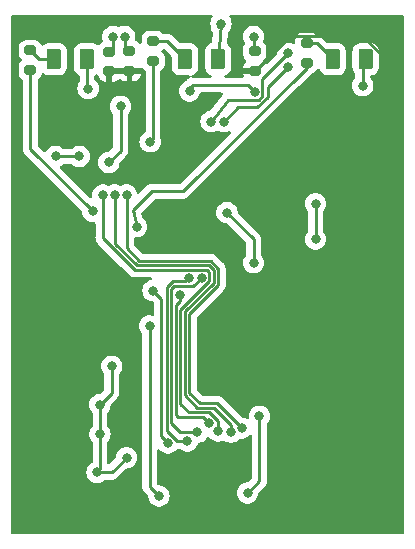
<source format=gbr>
%TF.GenerationSoftware,KiCad,Pcbnew,7.0.8*%
%TF.CreationDate,2024-01-02T21:20:11-06:00*%
%TF.ProjectId,Clock1_v3,436c6f63-6b31-45f7-9633-2e6b69636164,rev?*%
%TF.SameCoordinates,Original*%
%TF.FileFunction,Copper,L2,Bot*%
%TF.FilePolarity,Positive*%
%FSLAX46Y46*%
G04 Gerber Fmt 4.6, Leading zero omitted, Abs format (unit mm)*
G04 Created by KiCad (PCBNEW 7.0.8) date 2024-01-02 21:20:11*
%MOMM*%
%LPD*%
G01*
G04 APERTURE LIST*
G04 Aperture macros list*
%AMRoundRect*
0 Rectangle with rounded corners*
0 $1 Rounding radius*
0 $2 $3 $4 $5 $6 $7 $8 $9 X,Y pos of 4 corners*
0 Add a 4 corners polygon primitive as box body*
4,1,4,$2,$3,$4,$5,$6,$7,$8,$9,$2,$3,0*
0 Add four circle primitives for the rounded corners*
1,1,$1+$1,$2,$3*
1,1,$1+$1,$4,$5*
1,1,$1+$1,$6,$7*
1,1,$1+$1,$8,$9*
0 Add four rect primitives between the rounded corners*
20,1,$1+$1,$2,$3,$4,$5,0*
20,1,$1+$1,$4,$5,$6,$7,0*
20,1,$1+$1,$6,$7,$8,$9,0*
20,1,$1+$1,$8,$9,$2,$3,0*%
G04 Aperture macros list end*
%TA.AperFunction,SMDPad,CuDef*%
%ADD10RoundRect,0.200000X-0.275000X0.200000X-0.275000X-0.200000X0.275000X-0.200000X0.275000X0.200000X0*%
%TD*%
%TA.AperFunction,SMDPad,CuDef*%
%ADD11RoundRect,0.250000X0.375000X0.625000X-0.375000X0.625000X-0.375000X-0.625000X0.375000X-0.625000X0*%
%TD*%
%TA.AperFunction,ViaPad*%
%ADD12C,0.800000*%
%TD*%
%TA.AperFunction,Conductor*%
%ADD13C,0.250000*%
%TD*%
G04 APERTURE END LIST*
D10*
%TO.P,R11,1*%
%TO.N,Net-(D6-A)*%
X164000000Y-71175000D03*
%TO.P,R11,2*%
%TO.N,/LED1*%
X164000000Y-72825000D03*
%TD*%
%TO.P,R10,1*%
%TO.N,Net-(D5-A)*%
X140600000Y-71775000D03*
%TO.P,R10,2*%
%TO.N,/LED2*%
X140600000Y-73425000D03*
%TD*%
%TO.P,R9,1*%
%TO.N,Net-(D4-A)*%
X151000000Y-71000000D03*
%TO.P,R9,2*%
%TO.N,/LED3*%
X151000000Y-72650000D03*
%TD*%
%TO.P,R7,1*%
%TO.N,/PB3*%
X149000000Y-71850000D03*
%TO.P,R7,2*%
%TO.N,VDD*%
X149000000Y-73500000D03*
%TD*%
%TO.P,R6,1*%
%TO.N,/PB2*%
X147300000Y-71875000D03*
%TO.P,R6,2*%
%TO.N,VDD*%
X147300000Y-73525000D03*
%TD*%
%TO.P,R5,1*%
%TO.N,/PB1*%
X159600000Y-71825000D03*
%TO.P,R5,2*%
%TO.N,VDD*%
X159600000Y-73475000D03*
%TD*%
D11*
%TO.P,D6,1,K*%
%TO.N,GND*%
X169000000Y-72500000D03*
%TO.P,D6,2,A*%
%TO.N,Net-(D6-A)*%
X166200000Y-72500000D03*
%TD*%
%TO.P,D5,1,K*%
%TO.N,GND*%
X145400000Y-72500000D03*
%TO.P,D5,2,A*%
%TO.N,Net-(D5-A)*%
X142600000Y-72500000D03*
%TD*%
%TO.P,D4,1,K*%
%TO.N,GND*%
X156500000Y-72500000D03*
%TO.P,D4,2,A*%
%TO.N,Net-(D4-A)*%
X153700000Y-72500000D03*
%TD*%
D12*
%TO.N,/epaper/epaper.spi_scl*%
X157600000Y-104100000D03*
%TO.N,GND*%
X160000000Y-102750000D03*
X159000000Y-109250000D03*
X144750000Y-80750000D03*
X142750000Y-80750000D03*
X168750000Y-74750000D03*
%TO.N,VDD*%
X170750000Y-73500000D03*
%TO.N,GND*%
X156750000Y-69500000D03*
X145500000Y-75000000D03*
%TO.N,VDD*%
X142250000Y-95250000D03*
X140500000Y-83750000D03*
%TO.N,GND*%
X147250000Y-81250000D03*
X148250000Y-76500000D03*
%TO.N,VDD*%
X158500000Y-91250000D03*
X155500000Y-83500000D03*
X153250000Y-81250000D03*
%TO.N,GND*%
X157250000Y-85500000D03*
X159500000Y-89750000D03*
%TO.N,VDD*%
X151000000Y-88000000D03*
%TO.N,GND*%
X164750000Y-87750000D03*
X164750000Y-84750000D03*
X147500000Y-98500000D03*
X146500000Y-104250000D03*
X148750000Y-106250000D03*
X146500000Y-101750000D03*
X146250000Y-107500000D03*
%TO.N,VDD*%
X143750000Y-107000000D03*
X156750000Y-109500000D03*
X168000000Y-97250000D03*
%TO.N,/PB1*%
X159500000Y-70600000D03*
%TO.N,/PB3*%
X148600000Y-70600000D03*
%TO.N,/PB2*%
X147600000Y-70600000D03*
%TO.N,/OSC32_OUT*%
X155900000Y-77800000D03*
X162400000Y-72000000D03*
%TO.N,/OSC32_IN*%
X162400000Y-73200000D03*
X157000000Y-77800000D03*
%TO.N,/LED1*%
X149600000Y-86700000D03*
%TO.N,/LED2*%
X145900000Y-85400000D03*
%TO.N,/LED3*%
X150750000Y-79500000D03*
%TO.N,/nRESET*%
X154100000Y-75200000D03*
X159600000Y-75300000D03*
%TO.N,Net-(U3-VDH)*%
X150700000Y-95100000D03*
X151500000Y-109500000D03*
%TO.N,/epaper/epaper.spi_cs*%
X146750000Y-84000000D03*
%TO.N,/epaper/epaper.spi_scl*%
X147750000Y-84000000D03*
%TO.N,/epaper/epaper.spi_sda*%
X148750000Y-84000000D03*
%TO.N,/epaper/epaper.gpio_reset_n*%
X155100000Y-91000000D03*
%TO.N,/epaper/epaper.gpio_dc*%
X153250000Y-92500000D03*
%TO.N,/epaper/epaper.gpio_busy_n*%
X154000000Y-91000000D03*
%TO.N,/epaper/epaper.gpio_bs*%
X151000000Y-92100000D03*
%TO.N,/epaper/epaper.spi_sda*%
X158500000Y-103750000D03*
%TO.N,/epaper/epaper.spi_cs*%
X156500000Y-104000000D03*
%TO.N,/epaper/epaper.gpio_bs*%
X152250000Y-105000000D03*
%TO.N,/epaper/epaper.gpio_busy_n*%
X153900000Y-104850000D03*
%TO.N,/epaper/epaper.gpio_reset_n*%
X154750000Y-104100000D03*
%TO.N,/epaper/epaper.gpio_dc*%
X155750000Y-103350000D03*
%TD*%
D13*
%TO.N,/epaper/epaper.spi_cs*%
X156500000Y-103177932D02*
X156500000Y-104000000D01*
X155745068Y-102423000D02*
X156500000Y-103177932D01*
X154000000Y-102423000D02*
X155745068Y-102423000D01*
X155752000Y-91270068D02*
X153308000Y-93714068D01*
X153308000Y-101731000D02*
X154000000Y-102423000D01*
X155752000Y-90552000D02*
X155752000Y-91270068D01*
X155548000Y-90348000D02*
X155752000Y-90552000D01*
X149443842Y-90348000D02*
X155548000Y-90348000D01*
X153308000Y-93714068D02*
X153308000Y-101731000D01*
X146750000Y-87654158D02*
X149443842Y-90348000D01*
X146750000Y-84000000D02*
X146750000Y-87654158D01*
%TO.N,/epaper/epaper.spi_scl*%
X157600000Y-104100000D02*
X157600000Y-104000000D01*
X157600000Y-103466842D02*
X157600000Y-104100000D01*
%TO.N,/epaper/epaper.gpio_bs*%
X151700000Y-92800000D02*
X151700000Y-104450000D01*
X151700000Y-92800000D02*
X151000000Y-92100000D01*
X151700000Y-104450000D02*
X152250000Y-105000000D01*
%TO.N,Net-(U3-VDH)*%
X150700000Y-108700000D02*
X150700000Y-95100000D01*
%TO.N,GND*%
X160000000Y-108250000D02*
X160000000Y-102750000D01*
X159000000Y-109250000D02*
X160000000Y-108250000D01*
X142750000Y-80750000D02*
X144750000Y-80750000D01*
%TO.N,VDD*%
X147300000Y-73525000D02*
X147300000Y-74950000D01*
%TO.N,GND*%
X168750000Y-72750000D02*
X169000000Y-72500000D01*
X168750000Y-74750000D02*
X168750000Y-72750000D01*
%TO.N,VDD*%
X170750000Y-72540064D02*
X170750000Y-73500000D01*
X162552000Y-70523000D02*
X168732936Y-70523000D01*
X168732936Y-70523000D02*
X170750000Y-72540064D01*
X159600000Y-73475000D02*
X162552000Y-70523000D01*
%TO.N,GND*%
X156750000Y-69500000D02*
X156500000Y-69750000D01*
X156500000Y-72500000D02*
X156750000Y-69500000D01*
X145400000Y-74900000D02*
X145500000Y-75000000D01*
X145400000Y-72500000D02*
X145400000Y-74900000D01*
X148250000Y-80250000D02*
X147250000Y-81250000D01*
X148250000Y-76500000D02*
X148250000Y-80250000D01*
X159500000Y-87750000D02*
X159500000Y-89750000D01*
X157250000Y-85500000D02*
X159500000Y-87750000D01*
X164750000Y-84750000D02*
X164750000Y-87750000D01*
X147500000Y-100750000D02*
X147500000Y-98500000D01*
X146500000Y-101750000D02*
X147500000Y-100750000D01*
X146500000Y-104250000D02*
X146500000Y-101750000D01*
X147500000Y-107500000D02*
X148750000Y-106250000D01*
X146250000Y-107500000D02*
X147500000Y-107500000D01*
X146500000Y-107250000D02*
X146500000Y-104250000D01*
X146250000Y-107500000D02*
X146500000Y-107250000D01*
%TO.N,/LED2*%
X140600000Y-80100000D02*
X145900000Y-85400000D01*
X140600000Y-73425000D02*
X140600000Y-80100000D01*
%TO.N,Net-(D5-A)*%
X141325000Y-72500000D02*
X140600000Y-71775000D01*
X142600000Y-72500000D02*
X141325000Y-72500000D01*
%TO.N,/PB1*%
X159500000Y-71725000D02*
X159600000Y-71825000D01*
X159500000Y-70600000D02*
X159500000Y-71725000D01*
%TO.N,/PB3*%
X148600000Y-71450000D02*
X149000000Y-71850000D01*
X148600000Y-70600000D02*
X148600000Y-71450000D01*
%TO.N,/PB2*%
X147600000Y-71575000D02*
X147300000Y-71875000D01*
X147600000Y-70600000D02*
X147600000Y-71575000D01*
%TO.N,/OSC32_OUT*%
X162400000Y-72000000D02*
X160252000Y-74148000D01*
X160252000Y-75648000D02*
X159948000Y-75952000D01*
X159948000Y-75952000D02*
X157348000Y-75952000D01*
X160252000Y-74148000D02*
X160252000Y-75648000D01*
X157348000Y-75952000D02*
X155900000Y-77800000D01*
%TO.N,/OSC32_IN*%
X159833158Y-76600000D02*
X160700000Y-75733158D01*
X160700000Y-74900000D02*
X162400000Y-73200000D01*
X157000000Y-77800000D02*
X158200000Y-76600000D01*
X160700000Y-75733158D02*
X160700000Y-74900000D01*
X158200000Y-76600000D02*
X159833158Y-76600000D01*
%TO.N,/LED1*%
X149300000Y-85300000D02*
X149600000Y-86700000D01*
X150900000Y-83700000D02*
X149300000Y-85300000D01*
X153525000Y-83700000D02*
X150900000Y-83700000D01*
X164000000Y-72825000D02*
X164000000Y-73225000D01*
X164000000Y-73225000D02*
X153525000Y-83700000D01*
%TO.N,/LED3*%
X151000000Y-79250000D02*
X151000000Y-72650000D01*
X150750000Y-79500000D02*
X151000000Y-79250000D01*
%TO.N,Net-(D6-A)*%
X164875000Y-71175000D02*
X166200000Y-72500000D01*
X164000000Y-71175000D02*
X164875000Y-71175000D01*
%TO.N,Net-(D4-A)*%
X152200000Y-71000000D02*
X153700000Y-72500000D01*
X151000000Y-71000000D02*
X152200000Y-71000000D01*
%TO.N,/nRESET*%
X153900000Y-75200000D02*
X154000000Y-75100000D01*
X154100000Y-75200000D02*
X153900000Y-75200000D01*
X154100000Y-75000000D02*
X154100000Y-75200000D01*
X154300000Y-74800000D02*
X154100000Y-75000000D01*
X154300000Y-74700000D02*
X154300000Y-74800000D01*
X159000000Y-74700000D02*
X154300000Y-74700000D01*
X159600000Y-75300000D02*
X159000000Y-74700000D01*
%TO.N,Net-(U3-VDH)*%
X150700000Y-95100000D02*
X150700000Y-95200000D01*
X151500000Y-109500000D02*
X150700000Y-108700000D01*
%TO.N,/epaper/epaper.spi_scl*%
X147750000Y-88121000D02*
X147750000Y-84000000D01*
X149600000Y-89971000D02*
X147750000Y-88121000D01*
%TO.N,/epaper/epaper.spi_sda*%
X148750000Y-88538000D02*
X148750000Y-84000000D01*
X149806000Y-89594000D02*
X148750000Y-88538000D01*
X155860317Y-89594000D02*
X149806000Y-89594000D01*
X154062000Y-94100000D02*
X156506000Y-91656000D01*
X154062000Y-100762000D02*
X154062000Y-94100000D01*
X156506000Y-91656000D02*
X156506000Y-90239683D01*
X156446000Y-101646000D02*
X154946000Y-101646000D01*
X154946000Y-101646000D02*
X154062000Y-100762000D01*
X158600000Y-103800000D02*
X156446000Y-101646000D01*
X156506000Y-90239683D02*
X155860317Y-89594000D01*
%TO.N,/epaper/epaper.spi_scl*%
X155704158Y-89971000D02*
X149600000Y-89971000D01*
X156129000Y-90395842D02*
X155704158Y-89971000D01*
X156129000Y-91426226D02*
X156129000Y-90395842D01*
X153685000Y-100985000D02*
X153685000Y-93870226D01*
X157600000Y-103466842D02*
X156156158Y-102023000D01*
X156156158Y-102023000D02*
X154723000Y-102023000D01*
X153685000Y-93870226D02*
X156129000Y-91426226D01*
X154723000Y-102023000D02*
X153685000Y-100985000D01*
%TO.N,/epaper/epaper.gpio_reset_n*%
X154350000Y-91750000D02*
X155100000Y-91000000D01*
X152554000Y-103354000D02*
X152554000Y-91946000D01*
X152750000Y-91750000D02*
X154350000Y-91750000D01*
X153300000Y-104100000D02*
X152554000Y-103354000D01*
X152554000Y-91946000D02*
X152750000Y-91750000D01*
X154750000Y-104100000D02*
X153300000Y-104100000D01*
%TO.N,/epaper/epaper.gpio_dc*%
X153250000Y-93000000D02*
X153250000Y-92500000D01*
X152931000Y-93319000D02*
X153250000Y-93000000D01*
X152931000Y-102631000D02*
X152931000Y-93319000D01*
%TO.N,/epaper/epaper.gpio_busy_n*%
X153702000Y-91298000D02*
X154000000Y-91000000D01*
X152656000Y-91298000D02*
X153702000Y-91298000D01*
X152177000Y-91777000D02*
X152656000Y-91298000D01*
X152177000Y-103977000D02*
X152177000Y-91777000D01*
%TO.N,/epaper/epaper.gpio_dc*%
X155200000Y-102800000D02*
X153100000Y-102800000D01*
X153100000Y-102800000D02*
X152931000Y-102631000D01*
X155750000Y-103350000D02*
X155200000Y-102800000D01*
%TO.N,/epaper/epaper.gpio_busy_n*%
X153050000Y-104850000D02*
X152177000Y-103977000D01*
X153900000Y-104850000D02*
X153050000Y-104850000D01*
%TD*%
%TA.AperFunction,Conductor*%
%TO.N,VDD*%
G36*
X156002091Y-68769685D02*
G01*
X156047846Y-68822489D01*
X156057790Y-68891647D01*
X156028765Y-68955203D01*
X156027203Y-68956971D01*
X156017466Y-68967785D01*
X155922821Y-69131715D01*
X155922818Y-69131722D01*
X155864327Y-69311740D01*
X155864326Y-69311744D01*
X155844540Y-69500000D01*
X155864326Y-69688260D01*
X155865676Y-69694611D01*
X155864995Y-69694755D01*
X155868935Y-69722447D01*
X155869106Y-69722431D01*
X155869447Y-69726046D01*
X155869875Y-69729049D01*
X155869839Y-69730188D01*
X155870659Y-69738857D01*
X155884713Y-69887533D01*
X155884714Y-69887535D01*
X155884715Y-69887540D01*
X155938243Y-70036222D01*
X155938247Y-70036230D01*
X155985604Y-70105914D01*
X156027076Y-70166938D01*
X156027078Y-70166940D01*
X156028381Y-70168418D01*
X156029039Y-70169827D01*
X156031461Y-70173391D01*
X156030886Y-70173781D01*
X156057948Y-70231723D01*
X156058938Y-70260718D01*
X155993279Y-71048632D01*
X155968095Y-71113805D01*
X155911674Y-71155017D01*
X155908721Y-71156036D01*
X155846910Y-71176519D01*
X155805666Y-71190186D01*
X155805663Y-71190187D01*
X155656342Y-71282289D01*
X155532289Y-71406342D01*
X155440187Y-71555663D01*
X155440185Y-71555668D01*
X155435971Y-71568386D01*
X155385001Y-71722203D01*
X155385001Y-71722204D01*
X155385000Y-71722204D01*
X155374500Y-71824983D01*
X155374500Y-73175001D01*
X155374501Y-73175018D01*
X155385000Y-73277796D01*
X155385001Y-73277799D01*
X155440185Y-73444331D01*
X155440187Y-73444336D01*
X155475069Y-73500888D01*
X155532288Y-73593656D01*
X155656344Y-73717712D01*
X155805666Y-73809814D01*
X155875016Y-73832794D01*
X155932461Y-73872567D01*
X155959284Y-73937083D01*
X155946969Y-74005858D01*
X155899426Y-74057058D01*
X155836012Y-74074500D01*
X154370847Y-74074500D01*
X154347595Y-74072300D01*
X154343242Y-74071469D01*
X154281083Y-74039563D01*
X154246041Y-73979116D01*
X154249242Y-73909320D01*
X154289670Y-73852334D01*
X154327488Y-73831964D01*
X154394334Y-73809814D01*
X154543656Y-73717712D01*
X154667712Y-73593656D01*
X154759814Y-73444334D01*
X154814999Y-73277797D01*
X154825500Y-73175009D01*
X154825499Y-71824992D01*
X154818397Y-71755472D01*
X154814999Y-71722203D01*
X154814998Y-71722200D01*
X154785872Y-71634304D01*
X154759814Y-71555666D01*
X154667712Y-71406344D01*
X154543656Y-71282288D01*
X154415313Y-71203126D01*
X154394336Y-71190187D01*
X154394331Y-71190185D01*
X154392862Y-71189698D01*
X154227797Y-71135001D01*
X154227795Y-71135000D01*
X154125010Y-71124500D01*
X153274999Y-71124500D01*
X153274970Y-71124502D01*
X153273788Y-71124623D01*
X153273533Y-71124575D01*
X153271838Y-71124662D01*
X153271817Y-71124256D01*
X153205098Y-71111837D01*
X153173534Y-71088943D01*
X152700803Y-70616212D01*
X152690980Y-70603950D01*
X152690759Y-70604134D01*
X152685786Y-70598123D01*
X152670557Y-70583822D01*
X152635364Y-70550773D01*
X152624402Y-70539811D01*
X152614475Y-70529883D01*
X152608986Y-70525625D01*
X152604561Y-70521847D01*
X152570582Y-70489938D01*
X152570580Y-70489936D01*
X152570577Y-70489935D01*
X152553029Y-70480288D01*
X152536763Y-70469604D01*
X152520933Y-70457325D01*
X152478168Y-70438818D01*
X152472922Y-70436248D01*
X152432093Y-70413803D01*
X152432092Y-70413802D01*
X152412693Y-70408822D01*
X152394281Y-70402518D01*
X152375898Y-70394562D01*
X152375892Y-70394560D01*
X152329874Y-70387272D01*
X152324152Y-70386087D01*
X152279021Y-70374500D01*
X152279019Y-70374500D01*
X152258984Y-70374500D01*
X152239586Y-70372973D01*
X152232162Y-70371797D01*
X152219805Y-70369840D01*
X152219804Y-70369840D01*
X152173416Y-70374225D01*
X152167578Y-70374500D01*
X151891520Y-70374500D01*
X151824481Y-70354815D01*
X151803839Y-70338181D01*
X151710188Y-70244530D01*
X151591678Y-70172888D01*
X151564606Y-70156522D01*
X151402196Y-70105914D01*
X151402194Y-70105913D01*
X151402192Y-70105913D01*
X151352778Y-70101423D01*
X151331616Y-70099500D01*
X150668384Y-70099500D01*
X150649145Y-70101248D01*
X150597807Y-70105913D01*
X150435393Y-70156522D01*
X150289811Y-70244530D01*
X150169530Y-70364811D01*
X150081522Y-70510393D01*
X150030913Y-70672807D01*
X150024500Y-70743386D01*
X150024500Y-71109480D01*
X150004815Y-71176519D01*
X149952011Y-71222274D01*
X149882853Y-71232218D01*
X149819297Y-71203193D01*
X149812819Y-71197161D01*
X149710188Y-71094530D01*
X149564606Y-71006522D01*
X149548354Y-71001457D01*
X149490208Y-70962721D01*
X149462234Y-70898696D01*
X149467315Y-70844755D01*
X149485674Y-70788256D01*
X149505460Y-70600000D01*
X149485674Y-70411744D01*
X149427179Y-70231716D01*
X149332533Y-70067784D01*
X149205871Y-69927112D01*
X149151398Y-69887535D01*
X149052734Y-69815851D01*
X149052729Y-69815848D01*
X148879807Y-69738857D01*
X148879802Y-69738855D01*
X148734001Y-69707865D01*
X148694646Y-69699500D01*
X148505354Y-69699500D01*
X148472897Y-69706398D01*
X148320197Y-69738855D01*
X148320192Y-69738857D01*
X148150436Y-69814439D01*
X148081186Y-69823724D01*
X148049564Y-69814439D01*
X147879807Y-69738857D01*
X147879802Y-69738855D01*
X147734001Y-69707865D01*
X147694646Y-69699500D01*
X147505354Y-69699500D01*
X147472897Y-69706398D01*
X147320197Y-69738855D01*
X147320192Y-69738857D01*
X147147270Y-69815848D01*
X147147265Y-69815851D01*
X146994129Y-69927111D01*
X146867466Y-70067785D01*
X146772821Y-70231715D01*
X146772818Y-70231722D01*
X146716064Y-70406395D01*
X146714326Y-70411744D01*
X146694540Y-70600000D01*
X146714326Y-70788256D01*
X146714327Y-70788259D01*
X146753454Y-70908681D01*
X146755449Y-70978522D01*
X146719368Y-71038355D01*
X146699674Y-71053115D01*
X146589814Y-71119528D01*
X146589810Y-71119531D01*
X146469530Y-71239811D01*
X146450306Y-71271612D01*
X146398777Y-71318798D01*
X146329918Y-71330636D01*
X146265590Y-71303366D01*
X146256509Y-71295141D01*
X146243657Y-71282289D01*
X146243656Y-71282288D01*
X146115313Y-71203126D01*
X146094336Y-71190187D01*
X146094331Y-71190185D01*
X146092862Y-71189698D01*
X145927797Y-71135001D01*
X145927795Y-71135000D01*
X145825010Y-71124500D01*
X144974998Y-71124500D01*
X144974980Y-71124501D01*
X144872203Y-71135000D01*
X144872200Y-71135001D01*
X144705668Y-71190185D01*
X144705663Y-71190187D01*
X144556342Y-71282289D01*
X144432289Y-71406342D01*
X144340187Y-71555663D01*
X144340185Y-71555668D01*
X144335971Y-71568386D01*
X144285001Y-71722203D01*
X144285001Y-71722204D01*
X144285000Y-71722204D01*
X144274500Y-71824983D01*
X144274500Y-73175001D01*
X144274501Y-73175018D01*
X144285000Y-73277796D01*
X144285001Y-73277799D01*
X144340185Y-73444331D01*
X144340187Y-73444336D01*
X144375069Y-73500888D01*
X144432288Y-73593656D01*
X144556344Y-73717712D01*
X144705666Y-73809814D01*
X144705667Y-73809814D01*
X144711813Y-73813605D01*
X144710706Y-73815399D01*
X144755337Y-73854687D01*
X144774500Y-73920908D01*
X144774500Y-74422376D01*
X144757887Y-74484375D01*
X144672823Y-74631710D01*
X144672818Y-74631722D01*
X144614327Y-74811740D01*
X144614326Y-74811744D01*
X144594540Y-75000000D01*
X144614326Y-75188256D01*
X144614327Y-75188259D01*
X144672818Y-75368277D01*
X144672821Y-75368284D01*
X144767467Y-75532216D01*
X144863487Y-75638857D01*
X144894129Y-75672888D01*
X145047265Y-75784148D01*
X145047270Y-75784151D01*
X145220192Y-75861142D01*
X145220197Y-75861144D01*
X145405354Y-75900500D01*
X145405355Y-75900500D01*
X145594644Y-75900500D01*
X145594646Y-75900500D01*
X145779803Y-75861144D01*
X145952730Y-75784151D01*
X146105871Y-75672888D01*
X146232533Y-75532216D01*
X146327179Y-75368284D01*
X146385674Y-75188256D01*
X146405460Y-75000000D01*
X146385674Y-74811744D01*
X146327179Y-74631716D01*
X146232533Y-74467784D01*
X146107947Y-74329418D01*
X146105872Y-74327113D01*
X146077542Y-74306530D01*
X146076613Y-74305854D01*
X146033949Y-74250526D01*
X146025500Y-74205538D01*
X146025500Y-73920908D01*
X146045185Y-73853869D01*
X146089270Y-73815364D01*
X146088186Y-73813606D01*
X146094334Y-73809814D01*
X146146176Y-73777837D01*
X146213567Y-73759397D01*
X146280230Y-73780319D01*
X146325000Y-73833961D01*
X146329657Y-73846485D01*
X146381981Y-74014396D01*
X146469927Y-74159877D01*
X146590122Y-74280072D01*
X146735604Y-74368019D01*
X146735603Y-74368019D01*
X146897894Y-74418590D01*
X146897892Y-74418590D01*
X146968418Y-74424999D01*
X147550000Y-74424999D01*
X147631581Y-74424999D01*
X147702102Y-74418591D01*
X147702107Y-74418590D01*
X147864396Y-74368018D01*
X148009877Y-74280072D01*
X148074817Y-74215131D01*
X148136139Y-74181645D01*
X148205831Y-74186629D01*
X148250180Y-74215130D01*
X148290122Y-74255072D01*
X148435604Y-74343019D01*
X148435603Y-74343019D01*
X148597894Y-74393590D01*
X148597892Y-74393590D01*
X148668418Y-74399999D01*
X148749999Y-74399998D01*
X148750000Y-74399998D01*
X148750000Y-73750000D01*
X149250000Y-73750000D01*
X149250000Y-74399999D01*
X149331581Y-74399999D01*
X149402102Y-74393591D01*
X149402107Y-74393590D01*
X149564396Y-74343018D01*
X149709877Y-74255072D01*
X149830072Y-74134877D01*
X149918019Y-73989395D01*
X149968590Y-73827106D01*
X149975000Y-73756572D01*
X149975000Y-73750000D01*
X149250000Y-73750000D01*
X148750000Y-73750000D01*
X148305590Y-73750000D01*
X148264996Y-73772166D01*
X148238638Y-73775000D01*
X147550000Y-73775000D01*
X147550000Y-74424999D01*
X146968418Y-74424999D01*
X147049999Y-74424998D01*
X147050000Y-74424998D01*
X147050000Y-73399000D01*
X147069685Y-73331961D01*
X147122489Y-73286206D01*
X147174000Y-73275000D01*
X147994410Y-73275000D01*
X148035004Y-73252834D01*
X148061362Y-73250000D01*
X149978268Y-73250000D01*
X150032385Y-73220449D01*
X150102077Y-73225433D01*
X150158011Y-73267303D01*
X150164856Y-73277456D01*
X150169528Y-73285185D01*
X150169530Y-73285188D01*
X150289811Y-73405469D01*
X150289813Y-73405470D01*
X150289815Y-73405472D01*
X150314650Y-73420485D01*
X150361837Y-73472010D01*
X150374500Y-73526601D01*
X150374500Y-78600937D01*
X150354815Y-78667976D01*
X150302011Y-78713731D01*
X150300940Y-78714215D01*
X150297267Y-78715850D01*
X150144129Y-78827111D01*
X150017466Y-78967785D01*
X149922821Y-79131715D01*
X149922818Y-79131722D01*
X149872499Y-79286590D01*
X149864326Y-79311744D01*
X149844540Y-79500000D01*
X149864326Y-79688256D01*
X149864327Y-79688259D01*
X149922818Y-79868277D01*
X149922821Y-79868284D01*
X150017467Y-80032216D01*
X150100560Y-80124500D01*
X150144129Y-80172888D01*
X150297265Y-80284148D01*
X150297270Y-80284151D01*
X150470192Y-80361142D01*
X150470197Y-80361144D01*
X150655354Y-80400500D01*
X150655355Y-80400500D01*
X150844644Y-80400500D01*
X150844646Y-80400500D01*
X151029803Y-80361144D01*
X151202730Y-80284151D01*
X151355871Y-80172888D01*
X151482533Y-80032216D01*
X151577179Y-79868284D01*
X151635674Y-79688256D01*
X151655460Y-79500000D01*
X151635674Y-79311744D01*
X151635671Y-79311736D01*
X151634322Y-79305386D01*
X151635006Y-79305240D01*
X151631065Y-79277554D01*
X151630894Y-79277571D01*
X151630550Y-79273932D01*
X151630124Y-79270939D01*
X151630158Y-79269812D01*
X151630160Y-79269804D01*
X151625775Y-79223415D01*
X151625500Y-79217577D01*
X151625500Y-73526601D01*
X151645185Y-73459562D01*
X151685348Y-73420485D01*
X151710185Y-73405472D01*
X151830472Y-73285185D01*
X151918478Y-73139606D01*
X151969086Y-72977196D01*
X151975500Y-72906616D01*
X151975500Y-72393384D01*
X151969086Y-72322804D01*
X151918478Y-72160394D01*
X151830472Y-72014815D01*
X151830470Y-72014813D01*
X151830469Y-72014811D01*
X151728339Y-71912681D01*
X151694854Y-71851358D01*
X151699838Y-71781666D01*
X151728339Y-71737319D01*
X151802853Y-71662805D01*
X151864176Y-71629320D01*
X151933868Y-71634304D01*
X151978215Y-71662805D01*
X152538181Y-72222771D01*
X152571666Y-72284094D01*
X152574500Y-72310452D01*
X152574500Y-73175001D01*
X152574501Y-73175019D01*
X152585000Y-73277796D01*
X152585001Y-73277799D01*
X152640185Y-73444331D01*
X152640187Y-73444336D01*
X152675069Y-73500888D01*
X152732288Y-73593656D01*
X152856344Y-73717712D01*
X153005666Y-73809814D01*
X153172203Y-73864999D01*
X153274991Y-73875500D01*
X154030488Y-73875499D01*
X154097527Y-73895183D01*
X154143282Y-73947987D01*
X154153226Y-74017146D01*
X154124201Y-74080702D01*
X154068808Y-74117429D01*
X154031558Y-74129532D01*
X154024652Y-74133915D01*
X154003880Y-74144499D01*
X153996273Y-74147511D01*
X153996262Y-74147517D01*
X153949814Y-74181263D01*
X153946595Y-74183451D01*
X153898123Y-74214213D01*
X153898120Y-74214216D01*
X153892529Y-74220170D01*
X153875029Y-74235599D01*
X153868413Y-74240405D01*
X153868412Y-74240406D01*
X153831812Y-74284646D01*
X153829238Y-74287565D01*
X153789937Y-74329417D01*
X153785352Y-74335729D01*
X153782710Y-74333809D01*
X153743686Y-74372519D01*
X153735140Y-74376725D01*
X153647266Y-74415850D01*
X153494129Y-74527111D01*
X153367466Y-74667785D01*
X153272821Y-74831715D01*
X153272818Y-74831722D01*
X153218142Y-75000000D01*
X153214326Y-75011744D01*
X153194540Y-75200000D01*
X153214326Y-75388256D01*
X153214327Y-75388259D01*
X153272818Y-75568277D01*
X153272821Y-75568284D01*
X153367467Y-75732216D01*
X153414227Y-75784148D01*
X153494129Y-75872888D01*
X153647265Y-75984148D01*
X153647270Y-75984151D01*
X153820192Y-76061142D01*
X153820197Y-76061144D01*
X154005354Y-76100500D01*
X154005355Y-76100500D01*
X154194644Y-76100500D01*
X154194646Y-76100500D01*
X154379803Y-76061144D01*
X154552730Y-75984151D01*
X154705871Y-75872888D01*
X154832533Y-75732216D01*
X154927179Y-75568284D01*
X154978225Y-75411182D01*
X155017663Y-75353506D01*
X155082021Y-75326308D01*
X155096156Y-75325500D01*
X156789558Y-75325500D01*
X156856597Y-75345185D01*
X156902352Y-75397989D01*
X156912296Y-75467147D01*
X156887164Y-75525979D01*
X156860737Y-75559706D01*
X156815673Y-75614179D01*
X156811499Y-75620758D01*
X156811060Y-75620479D01*
X156803466Y-75632796D01*
X155839834Y-76862626D01*
X155782992Y-76903255D01*
X155768009Y-76907437D01*
X155620197Y-76938855D01*
X155620192Y-76938857D01*
X155447270Y-77015848D01*
X155447265Y-77015851D01*
X155294129Y-77127111D01*
X155167466Y-77267785D01*
X155072821Y-77431715D01*
X155072818Y-77431722D01*
X155014327Y-77611740D01*
X155014326Y-77611744D01*
X154994540Y-77800000D01*
X155014326Y-77988256D01*
X155014327Y-77988259D01*
X155072818Y-78168277D01*
X155072821Y-78168284D01*
X155167467Y-78332216D01*
X155185207Y-78351918D01*
X155294129Y-78472888D01*
X155447265Y-78584148D01*
X155447270Y-78584151D01*
X155620192Y-78661142D01*
X155620197Y-78661144D01*
X155805354Y-78700500D01*
X155805355Y-78700500D01*
X155994644Y-78700500D01*
X155994646Y-78700500D01*
X156179803Y-78661144D01*
X156352730Y-78584151D01*
X156377114Y-78566434D01*
X156442919Y-78542954D01*
X156510973Y-78558778D01*
X156522879Y-78566429D01*
X156547266Y-78584148D01*
X156547269Y-78584150D01*
X156547270Y-78584151D01*
X156720192Y-78661142D01*
X156720197Y-78661144D01*
X156905354Y-78700500D01*
X156905355Y-78700500D01*
X157094644Y-78700500D01*
X157094646Y-78700500D01*
X157279803Y-78661144D01*
X157388651Y-78612680D01*
X157457900Y-78603396D01*
X157521177Y-78633023D01*
X157558391Y-78692158D01*
X157557727Y-78762025D01*
X157526768Y-78813641D01*
X153302228Y-83038181D01*
X153240905Y-83071666D01*
X153214547Y-83074500D01*
X150982743Y-83074500D01*
X150967122Y-83072775D01*
X150967095Y-83073061D01*
X150959333Y-83072326D01*
X150890172Y-83074500D01*
X150860649Y-83074500D01*
X150853778Y-83075367D01*
X150847959Y-83075825D01*
X150801374Y-83077289D01*
X150801368Y-83077290D01*
X150782126Y-83082880D01*
X150763087Y-83086823D01*
X150743217Y-83089334D01*
X150743203Y-83089337D01*
X150699883Y-83106488D01*
X150694358Y-83108380D01*
X150649613Y-83121380D01*
X150649610Y-83121381D01*
X150632366Y-83131579D01*
X150614905Y-83140133D01*
X150596274Y-83147510D01*
X150596262Y-83147517D01*
X150558570Y-83174902D01*
X150553687Y-83178109D01*
X150513580Y-83201829D01*
X150499414Y-83215995D01*
X150484624Y-83228627D01*
X150468414Y-83240404D01*
X150468411Y-83240407D01*
X150438710Y-83276309D01*
X150434777Y-83280631D01*
X149844140Y-83871268D01*
X149782817Y-83904753D01*
X149713125Y-83899769D01*
X149657192Y-83857897D01*
X149638876Y-83817535D01*
X149637682Y-83817924D01*
X149577181Y-83631722D01*
X149577180Y-83631721D01*
X149577179Y-83631716D01*
X149482533Y-83467784D01*
X149355871Y-83327112D01*
X149355870Y-83327111D01*
X149202734Y-83215851D01*
X149202729Y-83215848D01*
X149029807Y-83138857D01*
X149029802Y-83138855D01*
X148877522Y-83106488D01*
X148844646Y-83099500D01*
X148655354Y-83099500D01*
X148622897Y-83106398D01*
X148470197Y-83138855D01*
X148470192Y-83138857D01*
X148300436Y-83214439D01*
X148231186Y-83223724D01*
X148199564Y-83214439D01*
X148029807Y-83138857D01*
X148029802Y-83138855D01*
X147877522Y-83106488D01*
X147844646Y-83099500D01*
X147655354Y-83099500D01*
X147622897Y-83106398D01*
X147470197Y-83138855D01*
X147470192Y-83138857D01*
X147300436Y-83214439D01*
X147231186Y-83223724D01*
X147199564Y-83214439D01*
X147029807Y-83138857D01*
X147029802Y-83138855D01*
X146877522Y-83106488D01*
X146844646Y-83099500D01*
X146655354Y-83099500D01*
X146622897Y-83106398D01*
X146470197Y-83138855D01*
X146470192Y-83138857D01*
X146297270Y-83215848D01*
X146297265Y-83215851D01*
X146144129Y-83327111D01*
X146017466Y-83467785D01*
X145922821Y-83631715D01*
X145922818Y-83631722D01*
X145864327Y-83811740D01*
X145864326Y-83811744D01*
X145844540Y-84000000D01*
X145857085Y-84119365D01*
X145861958Y-84165724D01*
X145849388Y-84234454D01*
X145801656Y-84285477D01*
X145733916Y-84302595D01*
X145667674Y-84280372D01*
X145650956Y-84266366D01*
X143133805Y-81749215D01*
X143100320Y-81687892D01*
X143105304Y-81618200D01*
X143147176Y-81562267D01*
X143171044Y-81548258D01*
X143202730Y-81534151D01*
X143355871Y-81422888D01*
X143358788Y-81419647D01*
X143361600Y-81416526D01*
X143421087Y-81379879D01*
X143453748Y-81375500D01*
X144046252Y-81375500D01*
X144113291Y-81395185D01*
X144138400Y-81416526D01*
X144144126Y-81422885D01*
X144144130Y-81422889D01*
X144297265Y-81534148D01*
X144297270Y-81534151D01*
X144470192Y-81611142D01*
X144470197Y-81611144D01*
X144655354Y-81650500D01*
X144655355Y-81650500D01*
X144844644Y-81650500D01*
X144844646Y-81650500D01*
X145029803Y-81611144D01*
X145202730Y-81534151D01*
X145355871Y-81422888D01*
X145482533Y-81282216D01*
X145501133Y-81250000D01*
X146344540Y-81250000D01*
X146364326Y-81438256D01*
X146364327Y-81438259D01*
X146422818Y-81618277D01*
X146422821Y-81618284D01*
X146517467Y-81782216D01*
X146644129Y-81922888D01*
X146797265Y-82034148D01*
X146797270Y-82034151D01*
X146970192Y-82111142D01*
X146970197Y-82111144D01*
X147155354Y-82150500D01*
X147155355Y-82150500D01*
X147344644Y-82150500D01*
X147344646Y-82150500D01*
X147529803Y-82111144D01*
X147702730Y-82034151D01*
X147855871Y-81922888D01*
X147982533Y-81782216D01*
X148077179Y-81618284D01*
X148135674Y-81438256D01*
X148153321Y-81270345D01*
X148179905Y-81205732D01*
X148188952Y-81195636D01*
X148633786Y-80750802D01*
X148646048Y-80740980D01*
X148645865Y-80740759D01*
X148651867Y-80735792D01*
X148651877Y-80735786D01*
X148699241Y-80685348D01*
X148720120Y-80664470D01*
X148724373Y-80658986D01*
X148728150Y-80654563D01*
X148760062Y-80620582D01*
X148769714Y-80603023D01*
X148780389Y-80586772D01*
X148792674Y-80570936D01*
X148811186Y-80528152D01*
X148813742Y-80522935D01*
X148836197Y-80482092D01*
X148841180Y-80462680D01*
X148847477Y-80444291D01*
X148855438Y-80425895D01*
X148862729Y-80379853D01*
X148863908Y-80374162D01*
X148875500Y-80329019D01*
X148875500Y-80308983D01*
X148877027Y-80289582D01*
X148880160Y-80269804D01*
X148875775Y-80223415D01*
X148875500Y-80217577D01*
X148875500Y-77198687D01*
X148895185Y-77131648D01*
X148907350Y-77115715D01*
X148925891Y-77095122D01*
X148982533Y-77032216D01*
X149077179Y-76868284D01*
X149135674Y-76688256D01*
X149155460Y-76500000D01*
X149135674Y-76311744D01*
X149077179Y-76131716D01*
X148982533Y-75967784D01*
X148855871Y-75827112D01*
X148855870Y-75827111D01*
X148702734Y-75715851D01*
X148702729Y-75715848D01*
X148529807Y-75638857D01*
X148529802Y-75638855D01*
X148384001Y-75607865D01*
X148344646Y-75599500D01*
X148155354Y-75599500D01*
X148122897Y-75606398D01*
X147970197Y-75638855D01*
X147970192Y-75638857D01*
X147797270Y-75715848D01*
X147797265Y-75715851D01*
X147644129Y-75827111D01*
X147517466Y-75967785D01*
X147422821Y-76131715D01*
X147422818Y-76131722D01*
X147364327Y-76311740D01*
X147364326Y-76311744D01*
X147344540Y-76500000D01*
X147364326Y-76688256D01*
X147364327Y-76688259D01*
X147422818Y-76868277D01*
X147422821Y-76868284D01*
X147517467Y-77032216D01*
X147560772Y-77080310D01*
X147592650Y-77115715D01*
X147622880Y-77178706D01*
X147624500Y-77198687D01*
X147624500Y-79939547D01*
X147604815Y-80006586D01*
X147588181Y-80027228D01*
X147302228Y-80313181D01*
X147240905Y-80346666D01*
X147214547Y-80349500D01*
X147155354Y-80349500D01*
X147122897Y-80356398D01*
X146970197Y-80388855D01*
X146970192Y-80388857D01*
X146797270Y-80465848D01*
X146797265Y-80465851D01*
X146644129Y-80577111D01*
X146517466Y-80717785D01*
X146422821Y-80881715D01*
X146422818Y-80881722D01*
X146364327Y-81061740D01*
X146364326Y-81061744D01*
X146344540Y-81250000D01*
X145501133Y-81250000D01*
X145577179Y-81118284D01*
X145635674Y-80938256D01*
X145655460Y-80750000D01*
X145635674Y-80561744D01*
X145577179Y-80381716D01*
X145482533Y-80217784D01*
X145355871Y-80077112D01*
X145355870Y-80077111D01*
X145202734Y-79965851D01*
X145202729Y-79965848D01*
X145029807Y-79888857D01*
X145029802Y-79888855D01*
X144884001Y-79857865D01*
X144844646Y-79849500D01*
X144655354Y-79849500D01*
X144622897Y-79856398D01*
X144470197Y-79888855D01*
X144470192Y-79888857D01*
X144297270Y-79965848D01*
X144297265Y-79965851D01*
X144144130Y-80077110D01*
X144144126Y-80077114D01*
X144138400Y-80083474D01*
X144078913Y-80120121D01*
X144046252Y-80124500D01*
X143453748Y-80124500D01*
X143386709Y-80104815D01*
X143361600Y-80083474D01*
X143355873Y-80077114D01*
X143355869Y-80077110D01*
X143202734Y-79965851D01*
X143202729Y-79965848D01*
X143029807Y-79888857D01*
X143029802Y-79888855D01*
X142884001Y-79857865D01*
X142844646Y-79849500D01*
X142655354Y-79849500D01*
X142622897Y-79856398D01*
X142470197Y-79888855D01*
X142470192Y-79888857D01*
X142297270Y-79965848D01*
X142297265Y-79965851D01*
X142144129Y-80077111D01*
X142017465Y-80217785D01*
X141946332Y-80340992D01*
X141895765Y-80389208D01*
X141827158Y-80402430D01*
X141762293Y-80376462D01*
X141751264Y-80366673D01*
X141261819Y-79877228D01*
X141228334Y-79815905D01*
X141225500Y-79789547D01*
X141225500Y-74301601D01*
X141245185Y-74234562D01*
X141285348Y-74195485D01*
X141310185Y-74180472D01*
X141430472Y-74060185D01*
X141518478Y-73914606D01*
X141561025Y-73778063D01*
X141599759Y-73719921D01*
X141663784Y-73691946D01*
X141732769Y-73703027D01*
X141756321Y-73717693D01*
X141756340Y-73717708D01*
X141756344Y-73717712D01*
X141905666Y-73809814D01*
X142072203Y-73864999D01*
X142174991Y-73875500D01*
X143025008Y-73875499D01*
X143025016Y-73875498D01*
X143025019Y-73875498D01*
X143085722Y-73869297D01*
X143127797Y-73864999D01*
X143294334Y-73809814D01*
X143443656Y-73717712D01*
X143567712Y-73593656D01*
X143659814Y-73444334D01*
X143714999Y-73277797D01*
X143725500Y-73175009D01*
X143725499Y-71824992D01*
X143718397Y-71755472D01*
X143714999Y-71722203D01*
X143714998Y-71722200D01*
X143685872Y-71634304D01*
X143659814Y-71555666D01*
X143567712Y-71406344D01*
X143443656Y-71282288D01*
X143315313Y-71203126D01*
X143294336Y-71190187D01*
X143294331Y-71190185D01*
X143292862Y-71189698D01*
X143127797Y-71135001D01*
X143127795Y-71135000D01*
X143025010Y-71124500D01*
X142174998Y-71124500D01*
X142174980Y-71124501D01*
X142072203Y-71135000D01*
X142072200Y-71135001D01*
X141905668Y-71190185D01*
X141905663Y-71190187D01*
X141756342Y-71282289D01*
X141718368Y-71320263D01*
X141657045Y-71353748D01*
X141587353Y-71348762D01*
X141531420Y-71306890D01*
X141522485Y-71291735D01*
X141522358Y-71291813D01*
X141516600Y-71282288D01*
X141430472Y-71139815D01*
X141430470Y-71139813D01*
X141430469Y-71139811D01*
X141310188Y-71019530D01*
X141288670Y-71006522D01*
X141164606Y-70931522D01*
X141002196Y-70880914D01*
X141002194Y-70880913D01*
X141002192Y-70880913D01*
X140952778Y-70876423D01*
X140931616Y-70874500D01*
X140268384Y-70874500D01*
X140249145Y-70876248D01*
X140197807Y-70880913D01*
X140035393Y-70931522D01*
X139889811Y-71019530D01*
X139769530Y-71139811D01*
X139681522Y-71285393D01*
X139630913Y-71447807D01*
X139624500Y-71518386D01*
X139624500Y-72031613D01*
X139630913Y-72102192D01*
X139630913Y-72102194D01*
X139630914Y-72102196D01*
X139681522Y-72264606D01*
X139759371Y-72393384D01*
X139769530Y-72410188D01*
X139871661Y-72512319D01*
X139905146Y-72573642D01*
X139900162Y-72643334D01*
X139871661Y-72687681D01*
X139769531Y-72789810D01*
X139769530Y-72789811D01*
X139681522Y-72935393D01*
X139630913Y-73097807D01*
X139627115Y-73139606D01*
X139624500Y-73168384D01*
X139624500Y-73681616D01*
X139625439Y-73691946D01*
X139630913Y-73752192D01*
X139630913Y-73752194D01*
X139630914Y-73752196D01*
X139681522Y-73914606D01*
X139741847Y-74014396D01*
X139769530Y-74060188D01*
X139889811Y-74180469D01*
X139889813Y-74180470D01*
X139889815Y-74180472D01*
X139914650Y-74195485D01*
X139961837Y-74247010D01*
X139974500Y-74301601D01*
X139974500Y-80017255D01*
X139972775Y-80032872D01*
X139973061Y-80032899D01*
X139972326Y-80040665D01*
X139974500Y-80109814D01*
X139974500Y-80139343D01*
X139974501Y-80139360D01*
X139975368Y-80146231D01*
X139975826Y-80152050D01*
X139977290Y-80198624D01*
X139977291Y-80198627D01*
X139982880Y-80217867D01*
X139986824Y-80236911D01*
X139989336Y-80256791D01*
X140006490Y-80300119D01*
X140008382Y-80305647D01*
X140018651Y-80340992D01*
X140021382Y-80350390D01*
X140031011Y-80366673D01*
X140031580Y-80367634D01*
X140040136Y-80385100D01*
X140041624Y-80388856D01*
X140047514Y-80403732D01*
X140074898Y-80441423D01*
X140078106Y-80446307D01*
X140101827Y-80486416D01*
X140101833Y-80486424D01*
X140115990Y-80500580D01*
X140128628Y-80515376D01*
X140140405Y-80531586D01*
X140140406Y-80531587D01*
X140176309Y-80561288D01*
X140180620Y-80565210D01*
X143775003Y-84159594D01*
X144961038Y-85345629D01*
X144994523Y-85406952D01*
X144996678Y-85420348D01*
X145002911Y-85479649D01*
X145014326Y-85588256D01*
X145014327Y-85588259D01*
X145072818Y-85768277D01*
X145072821Y-85768284D01*
X145167467Y-85932216D01*
X145192531Y-85960052D01*
X145294129Y-86072888D01*
X145447265Y-86184148D01*
X145447270Y-86184151D01*
X145620192Y-86261142D01*
X145620197Y-86261144D01*
X145805354Y-86300500D01*
X145805355Y-86300500D01*
X146000500Y-86300500D01*
X146067539Y-86320185D01*
X146113294Y-86372989D01*
X146124500Y-86424500D01*
X146124500Y-87571413D01*
X146122775Y-87587030D01*
X146123061Y-87587057D01*
X146122326Y-87594823D01*
X146124500Y-87663972D01*
X146124500Y-87693501D01*
X146124501Y-87693518D01*
X146125368Y-87700389D01*
X146125826Y-87706208D01*
X146127290Y-87752782D01*
X146127291Y-87752785D01*
X146132880Y-87772025D01*
X146136824Y-87791069D01*
X146139132Y-87809333D01*
X146139336Y-87810949D01*
X146156490Y-87854277D01*
X146158382Y-87859805D01*
X146171381Y-87904546D01*
X146181580Y-87921792D01*
X146190138Y-87939261D01*
X146197514Y-87957890D01*
X146224898Y-87995581D01*
X146228106Y-88000465D01*
X146251827Y-88040574D01*
X146251833Y-88040582D01*
X146265990Y-88054738D01*
X146278628Y-88069534D01*
X146290405Y-88085744D01*
X146290406Y-88085745D01*
X146326309Y-88115446D01*
X146330620Y-88119368D01*
X148294142Y-90082891D01*
X148943039Y-90731788D01*
X148952864Y-90744051D01*
X148953085Y-90743869D01*
X148958056Y-90749878D01*
X148984059Y-90774295D01*
X149008477Y-90797226D01*
X149029371Y-90818120D01*
X149034853Y-90822373D01*
X149039285Y-90826157D01*
X149073260Y-90858062D01*
X149090818Y-90867714D01*
X149107075Y-90878393D01*
X149122906Y-90890673D01*
X149142579Y-90899186D01*
X149165675Y-90909182D01*
X149170919Y-90911750D01*
X149211750Y-90934197D01*
X149224365Y-90937435D01*
X149231147Y-90939177D01*
X149249561Y-90945481D01*
X149267946Y-90953438D01*
X149313999Y-90960732D01*
X149319668Y-90961906D01*
X149364823Y-90973500D01*
X149384858Y-90973500D01*
X149404255Y-90975026D01*
X149424038Y-90978160D01*
X149470426Y-90973775D01*
X149476264Y-90973500D01*
X150788820Y-90973500D01*
X150855859Y-90993185D01*
X150901614Y-91045989D01*
X150911558Y-91115147D01*
X150882533Y-91178703D01*
X150823755Y-91216477D01*
X150814601Y-91218790D01*
X150720197Y-91238855D01*
X150720192Y-91238857D01*
X150547270Y-91315848D01*
X150547265Y-91315851D01*
X150394129Y-91427111D01*
X150267466Y-91567785D01*
X150172821Y-91731715D01*
X150172818Y-91731722D01*
X150114327Y-91911740D01*
X150114326Y-91911744D01*
X150094540Y-92100000D01*
X150114326Y-92288256D01*
X150114327Y-92288259D01*
X150172818Y-92468277D01*
X150172821Y-92468284D01*
X150267467Y-92632216D01*
X150394129Y-92772888D01*
X150547265Y-92884148D01*
X150547270Y-92884151D01*
X150720192Y-92961142D01*
X150720197Y-92961144D01*
X150905354Y-93000500D01*
X150950500Y-93000500D01*
X151017539Y-93020185D01*
X151063294Y-93072989D01*
X151074500Y-93124500D01*
X151074500Y-94105857D01*
X151054815Y-94172896D01*
X151002011Y-94218651D01*
X150932853Y-94228595D01*
X150924720Y-94227147D01*
X150794647Y-94199500D01*
X150794646Y-94199500D01*
X150605354Y-94199500D01*
X150572897Y-94206398D01*
X150420197Y-94238855D01*
X150420192Y-94238857D01*
X150247270Y-94315848D01*
X150247265Y-94315851D01*
X150094129Y-94427111D01*
X149967466Y-94567785D01*
X149872821Y-94731715D01*
X149872818Y-94731722D01*
X149814327Y-94911740D01*
X149814326Y-94911744D01*
X149794540Y-95100000D01*
X149814326Y-95288256D01*
X149814327Y-95288259D01*
X149872818Y-95468277D01*
X149872821Y-95468284D01*
X149967467Y-95632216D01*
X150010772Y-95680310D01*
X150042650Y-95715715D01*
X150072880Y-95778706D01*
X150074500Y-95798687D01*
X150074500Y-108617255D01*
X150072775Y-108632872D01*
X150073061Y-108632899D01*
X150072326Y-108640665D01*
X150074500Y-108709814D01*
X150074500Y-108739343D01*
X150074501Y-108739360D01*
X150075368Y-108746231D01*
X150075826Y-108752050D01*
X150077290Y-108798624D01*
X150077291Y-108798627D01*
X150082880Y-108817867D01*
X150086824Y-108836911D01*
X150089336Y-108856792D01*
X150099204Y-108881716D01*
X150106490Y-108900119D01*
X150108382Y-108905647D01*
X150121381Y-108950388D01*
X150131580Y-108967634D01*
X150140138Y-108985103D01*
X150147514Y-109003732D01*
X150174898Y-109041423D01*
X150178106Y-109046307D01*
X150201827Y-109086416D01*
X150201833Y-109086424D01*
X150215990Y-109100580D01*
X150228628Y-109115376D01*
X150240405Y-109131586D01*
X150240406Y-109131587D01*
X150276309Y-109161288D01*
X150280620Y-109165210D01*
X150365410Y-109250000D01*
X150561038Y-109445629D01*
X150594523Y-109506952D01*
X150596678Y-109520348D01*
X150604968Y-109599227D01*
X150614326Y-109688256D01*
X150614327Y-109688259D01*
X150672818Y-109868277D01*
X150672821Y-109868284D01*
X150767467Y-110032216D01*
X150873971Y-110150500D01*
X150894129Y-110172888D01*
X151047265Y-110284148D01*
X151047270Y-110284151D01*
X151220192Y-110361142D01*
X151220197Y-110361144D01*
X151405354Y-110400500D01*
X151405355Y-110400500D01*
X151594644Y-110400500D01*
X151594646Y-110400500D01*
X151779803Y-110361144D01*
X151952730Y-110284151D01*
X152105871Y-110172888D01*
X152232533Y-110032216D01*
X152327179Y-109868284D01*
X152385674Y-109688256D01*
X152405460Y-109500000D01*
X152385674Y-109311744D01*
X152327179Y-109131716D01*
X152232533Y-108967784D01*
X152105871Y-108827112D01*
X152066665Y-108798627D01*
X151952734Y-108715851D01*
X151952729Y-108715848D01*
X151779807Y-108638857D01*
X151779802Y-108638855D01*
X151634001Y-108607865D01*
X151594646Y-108599500D01*
X151594645Y-108599500D01*
X151535453Y-108599500D01*
X151468414Y-108579815D01*
X151447772Y-108563181D01*
X151361819Y-108477228D01*
X151328334Y-108415905D01*
X151325500Y-108389547D01*
X151325500Y-105642045D01*
X151345185Y-105575006D01*
X151397989Y-105529251D01*
X151467147Y-105519307D01*
X151530703Y-105548332D01*
X151541643Y-105559066D01*
X151609250Y-105634151D01*
X151644129Y-105672888D01*
X151797265Y-105784148D01*
X151797270Y-105784151D01*
X151970192Y-105861142D01*
X151970197Y-105861144D01*
X152155354Y-105900500D01*
X152155355Y-105900500D01*
X152344644Y-105900500D01*
X152344646Y-105900500D01*
X152529803Y-105861144D01*
X152702730Y-105784151D01*
X152855871Y-105672888D01*
X152982533Y-105532216D01*
X152982535Y-105532213D01*
X152986352Y-105526960D01*
X152988728Y-105528686D01*
X153030042Y-105489288D01*
X153086870Y-105475500D01*
X153196252Y-105475500D01*
X153263291Y-105495185D01*
X153288400Y-105516526D01*
X153294126Y-105522885D01*
X153294130Y-105522889D01*
X153447265Y-105634148D01*
X153447270Y-105634151D01*
X153620192Y-105711142D01*
X153620197Y-105711144D01*
X153805354Y-105750500D01*
X153805355Y-105750500D01*
X153994644Y-105750500D01*
X153994646Y-105750500D01*
X154179803Y-105711144D01*
X154352730Y-105634151D01*
X154505871Y-105522888D01*
X154632533Y-105382216D01*
X154727179Y-105218284D01*
X154772354Y-105079248D01*
X154811790Y-105021575D01*
X154864496Y-104996280D01*
X155029803Y-104961144D01*
X155029807Y-104961142D01*
X155029808Y-104961142D01*
X155102659Y-104928706D01*
X155202730Y-104884151D01*
X155355871Y-104772888D01*
X155482533Y-104632216D01*
X155546481Y-104521453D01*
X155597046Y-104473240D01*
X155665653Y-104460016D01*
X155730518Y-104485984D01*
X155761255Y-104521456D01*
X155767467Y-104532216D01*
X155894129Y-104672888D01*
X156047265Y-104784148D01*
X156047270Y-104784151D01*
X156220192Y-104861142D01*
X156220197Y-104861144D01*
X156405354Y-104900500D01*
X156405355Y-104900500D01*
X156594644Y-104900500D01*
X156594646Y-104900500D01*
X156779803Y-104861144D01*
X156922609Y-104797561D01*
X156991857Y-104788277D01*
X157045929Y-104810523D01*
X157147265Y-104884148D01*
X157147270Y-104884151D01*
X157320192Y-104961142D01*
X157320197Y-104961144D01*
X157505354Y-105000500D01*
X157505355Y-105000500D01*
X157694644Y-105000500D01*
X157694646Y-105000500D01*
X157879803Y-104961144D01*
X158052730Y-104884151D01*
X158205871Y-104772888D01*
X158282508Y-104687772D01*
X158341994Y-104651125D01*
X158400438Y-104649455D01*
X158405354Y-104650500D01*
X158405358Y-104650500D01*
X158594644Y-104650500D01*
X158594646Y-104650500D01*
X158779803Y-104611144D01*
X158952730Y-104534151D01*
X159105871Y-104422888D01*
X159158350Y-104364603D01*
X159217837Y-104327955D01*
X159287694Y-104329286D01*
X159345742Y-104368172D01*
X159373552Y-104432269D01*
X159374500Y-104447576D01*
X159374500Y-107939547D01*
X159354815Y-108006586D01*
X159338181Y-108027228D01*
X159052228Y-108313181D01*
X158990905Y-108346666D01*
X158964547Y-108349500D01*
X158905354Y-108349500D01*
X158872897Y-108356398D01*
X158720197Y-108388855D01*
X158720192Y-108388857D01*
X158547270Y-108465848D01*
X158547265Y-108465851D01*
X158394129Y-108577111D01*
X158267466Y-108717785D01*
X158172821Y-108881715D01*
X158172818Y-108881722D01*
X158114327Y-109061740D01*
X158114326Y-109061744D01*
X158094540Y-109250000D01*
X158114326Y-109438256D01*
X158114327Y-109438259D01*
X158172818Y-109618277D01*
X158172821Y-109618284D01*
X158267467Y-109782216D01*
X158394129Y-109922888D01*
X158547265Y-110034148D01*
X158547270Y-110034151D01*
X158720192Y-110111142D01*
X158720197Y-110111144D01*
X158905354Y-110150500D01*
X158905355Y-110150500D01*
X159094644Y-110150500D01*
X159094646Y-110150500D01*
X159279803Y-110111144D01*
X159452730Y-110034151D01*
X159605871Y-109922888D01*
X159732533Y-109782216D01*
X159827179Y-109618284D01*
X159885674Y-109438256D01*
X159903321Y-109270345D01*
X159929905Y-109205732D01*
X159938952Y-109195636D01*
X160383786Y-108750802D01*
X160396048Y-108740980D01*
X160395865Y-108740759D01*
X160401867Y-108735792D01*
X160401877Y-108735786D01*
X160449241Y-108685348D01*
X160470120Y-108664470D01*
X160474373Y-108658986D01*
X160478150Y-108654563D01*
X160510062Y-108620582D01*
X160519714Y-108603023D01*
X160530389Y-108586772D01*
X160542674Y-108570936D01*
X160561186Y-108528152D01*
X160563742Y-108522935D01*
X160586197Y-108482092D01*
X160591180Y-108462680D01*
X160597477Y-108444291D01*
X160605438Y-108425895D01*
X160612729Y-108379853D01*
X160613908Y-108374162D01*
X160625500Y-108329019D01*
X160625500Y-108308983D01*
X160627027Y-108289582D01*
X160630160Y-108269804D01*
X160625775Y-108223415D01*
X160625500Y-108217577D01*
X160625500Y-103448687D01*
X160645185Y-103381648D01*
X160657350Y-103365715D01*
X160675891Y-103345122D01*
X160732533Y-103282216D01*
X160827179Y-103118284D01*
X160885674Y-102938256D01*
X160905460Y-102750000D01*
X160885674Y-102561744D01*
X160827179Y-102381716D01*
X160732533Y-102217784D01*
X160605871Y-102077112D01*
X160605870Y-102077111D01*
X160452734Y-101965851D01*
X160452729Y-101965848D01*
X160279807Y-101888857D01*
X160279802Y-101888855D01*
X160134001Y-101857865D01*
X160094646Y-101849500D01*
X159905354Y-101849500D01*
X159872897Y-101856398D01*
X159720197Y-101888855D01*
X159720192Y-101888857D01*
X159547270Y-101965848D01*
X159547265Y-101965851D01*
X159394129Y-102077111D01*
X159267466Y-102217785D01*
X159172821Y-102381715D01*
X159172818Y-102381722D01*
X159114327Y-102561740D01*
X159114326Y-102561744D01*
X159094540Y-102750000D01*
X159102852Y-102829086D01*
X159090282Y-102897816D01*
X159042550Y-102948839D01*
X158974809Y-102965957D01*
X158929095Y-102955326D01*
X158779806Y-102888857D01*
X158779802Y-102888855D01*
X158634001Y-102857865D01*
X158594646Y-102849500D01*
X158594645Y-102849500D01*
X158585452Y-102849500D01*
X158518413Y-102829815D01*
X158497771Y-102813181D01*
X156946803Y-101262212D01*
X156936980Y-101249950D01*
X156936759Y-101250134D01*
X156931786Y-101244123D01*
X156903738Y-101217784D01*
X156881364Y-101196773D01*
X156869939Y-101185348D01*
X156860475Y-101175883D01*
X156854986Y-101171625D01*
X156850561Y-101167847D01*
X156816582Y-101135938D01*
X156816580Y-101135936D01*
X156816577Y-101135935D01*
X156799029Y-101126288D01*
X156782763Y-101115604D01*
X156766933Y-101103325D01*
X156724168Y-101084818D01*
X156718922Y-101082248D01*
X156678093Y-101059803D01*
X156678092Y-101059802D01*
X156658693Y-101054822D01*
X156640281Y-101048518D01*
X156621898Y-101040562D01*
X156621892Y-101040560D01*
X156575874Y-101033272D01*
X156570152Y-101032087D01*
X156525021Y-101020500D01*
X156525019Y-101020500D01*
X156504984Y-101020500D01*
X156485586Y-101018973D01*
X156478162Y-101017797D01*
X156465805Y-101015840D01*
X156465804Y-101015840D01*
X156419416Y-101020225D01*
X156413578Y-101020500D01*
X155256452Y-101020500D01*
X155189413Y-101000815D01*
X155168771Y-100984181D01*
X154723819Y-100539228D01*
X154690334Y-100477905D01*
X154687500Y-100451547D01*
X154687500Y-94410452D01*
X154707185Y-94343413D01*
X154723819Y-94322771D01*
X154940733Y-94105857D01*
X156889788Y-92156801D01*
X156902042Y-92146986D01*
X156901859Y-92146764D01*
X156907866Y-92141792D01*
X156907877Y-92141786D01*
X156938775Y-92108882D01*
X156955227Y-92091364D01*
X156965671Y-92080918D01*
X156976120Y-92070471D01*
X156980379Y-92064978D01*
X156984152Y-92060561D01*
X157016062Y-92026582D01*
X157025715Y-92009020D01*
X157036389Y-91992770D01*
X157048673Y-91976936D01*
X157067180Y-91934167D01*
X157069749Y-91928924D01*
X157092196Y-91888093D01*
X157092197Y-91888092D01*
X157097177Y-91868691D01*
X157103478Y-91850288D01*
X157111438Y-91831896D01*
X157118730Y-91785849D01*
X157119911Y-91780152D01*
X157131500Y-91735019D01*
X157131500Y-91714983D01*
X157133027Y-91695582D01*
X157136160Y-91675804D01*
X157131775Y-91629415D01*
X157131500Y-91623577D01*
X157131500Y-90322425D01*
X157133224Y-90306805D01*
X157132939Y-90306778D01*
X157133673Y-90299016D01*
X157131500Y-90229855D01*
X157131500Y-90200339D01*
X157131500Y-90200333D01*
X157130631Y-90193462D01*
X157130173Y-90187635D01*
X157128710Y-90141056D01*
X157123119Y-90121813D01*
X157119173Y-90102761D01*
X157116664Y-90082891D01*
X157099504Y-90039550D01*
X157097624Y-90034062D01*
X157084618Y-89989293D01*
X157074422Y-89972053D01*
X157065861Y-89954577D01*
X157058487Y-89935953D01*
X157058486Y-89935951D01*
X157031079Y-89898228D01*
X157027888Y-89893369D01*
X157004172Y-89853266D01*
X157004165Y-89853257D01*
X156990006Y-89839098D01*
X156977368Y-89824302D01*
X156965594Y-89808096D01*
X156929688Y-89778392D01*
X156925376Y-89774469D01*
X156361120Y-89210212D01*
X156351297Y-89197950D01*
X156351076Y-89198134D01*
X156346103Y-89192123D01*
X156295681Y-89144773D01*
X156285192Y-89134284D01*
X156274792Y-89123883D01*
X156269303Y-89119625D01*
X156264878Y-89115847D01*
X156230899Y-89083938D01*
X156230897Y-89083936D01*
X156230894Y-89083935D01*
X156213346Y-89074288D01*
X156197080Y-89063604D01*
X156181250Y-89051325D01*
X156138485Y-89032818D01*
X156133239Y-89030248D01*
X156092410Y-89007803D01*
X156092409Y-89007802D01*
X156073010Y-89002822D01*
X156054598Y-88996518D01*
X156036215Y-88988562D01*
X156036209Y-88988560D01*
X155990191Y-88981272D01*
X155984469Y-88980087D01*
X155939338Y-88968500D01*
X155939336Y-88968500D01*
X155919301Y-88968500D01*
X155899903Y-88966973D01*
X155892479Y-88965797D01*
X155880122Y-88963840D01*
X155880121Y-88963840D01*
X155833733Y-88968225D01*
X155827895Y-88968500D01*
X150116453Y-88968500D01*
X150049414Y-88948815D01*
X150028772Y-88932181D01*
X149411819Y-88315228D01*
X149378334Y-88253905D01*
X149375500Y-88227547D01*
X149375500Y-87724500D01*
X149395185Y-87657461D01*
X149447989Y-87611706D01*
X149499500Y-87600500D01*
X149694644Y-87600500D01*
X149694646Y-87600500D01*
X149879803Y-87561144D01*
X150052730Y-87484151D01*
X150205871Y-87372888D01*
X150332533Y-87232216D01*
X150427179Y-87068284D01*
X150485674Y-86888256D01*
X150505460Y-86700000D01*
X150485674Y-86511744D01*
X150427179Y-86331716D01*
X150332533Y-86167784D01*
X150205871Y-86027112D01*
X150113571Y-85960052D01*
X150070906Y-85904722D01*
X150065210Y-85885716D01*
X150040044Y-85768277D01*
X149997049Y-85567633D01*
X150002097Y-85500000D01*
X156344540Y-85500000D01*
X156364326Y-85688256D01*
X156364327Y-85688259D01*
X156422818Y-85868277D01*
X156422821Y-85868284D01*
X156517467Y-86032216D01*
X156639533Y-86167784D01*
X156644129Y-86172888D01*
X156797265Y-86284148D01*
X156797270Y-86284151D01*
X156970192Y-86361142D01*
X156970197Y-86361144D01*
X157155354Y-86400500D01*
X157214548Y-86400500D01*
X157281587Y-86420185D01*
X157302229Y-86436819D01*
X158838181Y-87972771D01*
X158871666Y-88034094D01*
X158874500Y-88060452D01*
X158874500Y-89051312D01*
X158854815Y-89118351D01*
X158842650Y-89134284D01*
X158767466Y-89217784D01*
X158672821Y-89381715D01*
X158672818Y-89381722D01*
X158614327Y-89561740D01*
X158614326Y-89561744D01*
X158594540Y-89750000D01*
X158614326Y-89938256D01*
X158614327Y-89938259D01*
X158672818Y-90118277D01*
X158672821Y-90118284D01*
X158767467Y-90282216D01*
X158894129Y-90422888D01*
X159047265Y-90534148D01*
X159047270Y-90534151D01*
X159220192Y-90611142D01*
X159220197Y-90611144D01*
X159405354Y-90650500D01*
X159405355Y-90650500D01*
X159594644Y-90650500D01*
X159594646Y-90650500D01*
X159779803Y-90611144D01*
X159952730Y-90534151D01*
X160105871Y-90422888D01*
X160232533Y-90282216D01*
X160327179Y-90118284D01*
X160385674Y-89938256D01*
X160405460Y-89750000D01*
X160385674Y-89561744D01*
X160327179Y-89381716D01*
X160232533Y-89217784D01*
X160225715Y-89210212D01*
X160157350Y-89134284D01*
X160127120Y-89071292D01*
X160125500Y-89051312D01*
X160125500Y-87832742D01*
X160127224Y-87817122D01*
X160126939Y-87817095D01*
X160127673Y-87809333D01*
X160125809Y-87750000D01*
X163844540Y-87750000D01*
X163864326Y-87938256D01*
X163864327Y-87938259D01*
X163922818Y-88118277D01*
X163922821Y-88118284D01*
X164017467Y-88282216D01*
X164144129Y-88422888D01*
X164297265Y-88534148D01*
X164297270Y-88534151D01*
X164470192Y-88611142D01*
X164470197Y-88611144D01*
X164655354Y-88650500D01*
X164655355Y-88650500D01*
X164844644Y-88650500D01*
X164844646Y-88650500D01*
X165029803Y-88611144D01*
X165202730Y-88534151D01*
X165355871Y-88422888D01*
X165482533Y-88282216D01*
X165577179Y-88118284D01*
X165635674Y-87938256D01*
X165655460Y-87750000D01*
X165635674Y-87561744D01*
X165577179Y-87381716D01*
X165482533Y-87217784D01*
X165407350Y-87134284D01*
X165377120Y-87071292D01*
X165375500Y-87051312D01*
X165375500Y-85448687D01*
X165395185Y-85381648D01*
X165407350Y-85365715D01*
X165425891Y-85345122D01*
X165482533Y-85282216D01*
X165577179Y-85118284D01*
X165635674Y-84938256D01*
X165655460Y-84750000D01*
X165635674Y-84561744D01*
X165577179Y-84381716D01*
X165482533Y-84217784D01*
X165355871Y-84077112D01*
X165355870Y-84077111D01*
X165202734Y-83965851D01*
X165202729Y-83965848D01*
X165029807Y-83888857D01*
X165029802Y-83888855D01*
X164884001Y-83857865D01*
X164844646Y-83849500D01*
X164655354Y-83849500D01*
X164622897Y-83856398D01*
X164470197Y-83888855D01*
X164470192Y-83888857D01*
X164297270Y-83965848D01*
X164297265Y-83965851D01*
X164144129Y-84077111D01*
X164017466Y-84217785D01*
X163922821Y-84381715D01*
X163922818Y-84381722D01*
X163884550Y-84499500D01*
X163864326Y-84561744D01*
X163844540Y-84750000D01*
X163864326Y-84938256D01*
X163864327Y-84938259D01*
X163922818Y-85118277D01*
X163922821Y-85118284D01*
X164017467Y-85282216D01*
X164060772Y-85330310D01*
X164092650Y-85365715D01*
X164122880Y-85428706D01*
X164124500Y-85448687D01*
X164124500Y-87051312D01*
X164104815Y-87118351D01*
X164092650Y-87134284D01*
X164017466Y-87217784D01*
X163922821Y-87381715D01*
X163922818Y-87381722D01*
X163864521Y-87561144D01*
X163864326Y-87561744D01*
X163844540Y-87750000D01*
X160125809Y-87750000D01*
X160125500Y-87740172D01*
X160125500Y-87710656D01*
X160125500Y-87710650D01*
X160124631Y-87703779D01*
X160124173Y-87697952D01*
X160124034Y-87693518D01*
X160122710Y-87651373D01*
X160117119Y-87632130D01*
X160113173Y-87613078D01*
X160110664Y-87593208D01*
X160093504Y-87549867D01*
X160091624Y-87544379D01*
X160078618Y-87499610D01*
X160078617Y-87499608D01*
X160068419Y-87482364D01*
X160059858Y-87464888D01*
X160052487Y-87446270D01*
X160052486Y-87446268D01*
X160025090Y-87408560D01*
X160021892Y-87403691D01*
X160008896Y-87381716D01*
X159998171Y-87363580D01*
X159998169Y-87363578D01*
X159998166Y-87363574D01*
X159984005Y-87349413D01*
X159971370Y-87334620D01*
X159959593Y-87318412D01*
X159923693Y-87288713D01*
X159919381Y-87284790D01*
X158188960Y-85554369D01*
X158155475Y-85493046D01*
X158153323Y-85479668D01*
X158135674Y-85311744D01*
X158077179Y-85131716D01*
X157982533Y-84967784D01*
X157855871Y-84827112D01*
X157855870Y-84827111D01*
X157702734Y-84715851D01*
X157702729Y-84715848D01*
X157529807Y-84638857D01*
X157529802Y-84638855D01*
X157384001Y-84607865D01*
X157344646Y-84599500D01*
X157155354Y-84599500D01*
X157122897Y-84606398D01*
X156970197Y-84638855D01*
X156970192Y-84638857D01*
X156797270Y-84715848D01*
X156797265Y-84715851D01*
X156644129Y-84827111D01*
X156517466Y-84967785D01*
X156422821Y-85131715D01*
X156422818Y-85131722D01*
X156373921Y-85282214D01*
X156364326Y-85311744D01*
X156344540Y-85500000D01*
X150002097Y-85500000D01*
X150002249Y-85497960D01*
X150030613Y-85453975D01*
X151122771Y-84361819D01*
X151184094Y-84328334D01*
X151210452Y-84325500D01*
X153442257Y-84325500D01*
X153457877Y-84327224D01*
X153457904Y-84326939D01*
X153465660Y-84327671D01*
X153465667Y-84327673D01*
X153534814Y-84325500D01*
X153564350Y-84325500D01*
X153571228Y-84324630D01*
X153577041Y-84324172D01*
X153623627Y-84322709D01*
X153642869Y-84317117D01*
X153661912Y-84313174D01*
X153681792Y-84310664D01*
X153725122Y-84293507D01*
X153730646Y-84291617D01*
X153734396Y-84290527D01*
X153775390Y-84278618D01*
X153792629Y-84268422D01*
X153810103Y-84259862D01*
X153828727Y-84252488D01*
X153828727Y-84252487D01*
X153828732Y-84252486D01*
X153866449Y-84225082D01*
X153871305Y-84221892D01*
X153911420Y-84198170D01*
X153925589Y-84183999D01*
X153940379Y-84171368D01*
X153956587Y-84159594D01*
X153986299Y-84123676D01*
X153990212Y-84119376D01*
X163359589Y-74750000D01*
X167844540Y-74750000D01*
X167864326Y-74938256D01*
X167864327Y-74938259D01*
X167922818Y-75118277D01*
X167922821Y-75118284D01*
X168017467Y-75282216D01*
X168099639Y-75373477D01*
X168144129Y-75422888D01*
X168297265Y-75534148D01*
X168297270Y-75534151D01*
X168470192Y-75611142D01*
X168470197Y-75611144D01*
X168655354Y-75650500D01*
X168655355Y-75650500D01*
X168844644Y-75650500D01*
X168844646Y-75650500D01*
X169029803Y-75611144D01*
X169202730Y-75534151D01*
X169355871Y-75422888D01*
X169482533Y-75282216D01*
X169577179Y-75118284D01*
X169635674Y-74938256D01*
X169655460Y-74750000D01*
X169635674Y-74561744D01*
X169577179Y-74381716D01*
X169482533Y-74217784D01*
X169462453Y-74195483D01*
X169407350Y-74134284D01*
X169377120Y-74071292D01*
X169375500Y-74051312D01*
X169375500Y-73992534D01*
X169395185Y-73925495D01*
X169447989Y-73879740D01*
X169486897Y-73869176D01*
X169527797Y-73864999D01*
X169694334Y-73809814D01*
X169843656Y-73717712D01*
X169967712Y-73593656D01*
X170059814Y-73444334D01*
X170114999Y-73277797D01*
X170125500Y-73175009D01*
X170125499Y-71824992D01*
X170118397Y-71755472D01*
X170114999Y-71722203D01*
X170114998Y-71722200D01*
X170085872Y-71634304D01*
X170059814Y-71555666D01*
X169967712Y-71406344D01*
X169843656Y-71282288D01*
X169715313Y-71203126D01*
X169694336Y-71190187D01*
X169694331Y-71190185D01*
X169692862Y-71189698D01*
X169527797Y-71135001D01*
X169527795Y-71135000D01*
X169425010Y-71124500D01*
X168574998Y-71124500D01*
X168574980Y-71124501D01*
X168472203Y-71135000D01*
X168472200Y-71135001D01*
X168305668Y-71190185D01*
X168305663Y-71190187D01*
X168156342Y-71282289D01*
X168032289Y-71406342D01*
X167940187Y-71555663D01*
X167940185Y-71555668D01*
X167935971Y-71568386D01*
X167885001Y-71722203D01*
X167885001Y-71722204D01*
X167885000Y-71722204D01*
X167874500Y-71824983D01*
X167874500Y-73175001D01*
X167874501Y-73175018D01*
X167885000Y-73277796D01*
X167885001Y-73277799D01*
X167940185Y-73444331D01*
X167940187Y-73444336D01*
X167975069Y-73500888D01*
X168024154Y-73580469D01*
X168032289Y-73593657D01*
X168088181Y-73649549D01*
X168121666Y-73710872D01*
X168124500Y-73737230D01*
X168124500Y-74051312D01*
X168104815Y-74118351D01*
X168092650Y-74134284D01*
X168017466Y-74217784D01*
X167922821Y-74381715D01*
X167922818Y-74381722D01*
X167864327Y-74561740D01*
X167864326Y-74561744D01*
X167844540Y-74750000D01*
X163359589Y-74750000D01*
X164363601Y-73745988D01*
X164414387Y-73715286D01*
X164564606Y-73668478D01*
X164710185Y-73580472D01*
X164830472Y-73460185D01*
X164894727Y-73353893D01*
X164946253Y-73306707D01*
X165015113Y-73294868D01*
X165079442Y-73322136D01*
X165118548Y-73379038D01*
X165140184Y-73444328D01*
X165140187Y-73444336D01*
X165175069Y-73500888D01*
X165232288Y-73593656D01*
X165356344Y-73717712D01*
X165505666Y-73809814D01*
X165672203Y-73864999D01*
X165774991Y-73875500D01*
X166625008Y-73875499D01*
X166625016Y-73875498D01*
X166625019Y-73875498D01*
X166685722Y-73869297D01*
X166727797Y-73864999D01*
X166894334Y-73809814D01*
X167043656Y-73717712D01*
X167167712Y-73593656D01*
X167259814Y-73444334D01*
X167314999Y-73277797D01*
X167325500Y-73175009D01*
X167325499Y-71824992D01*
X167318397Y-71755472D01*
X167314999Y-71722203D01*
X167314998Y-71722200D01*
X167285872Y-71634304D01*
X167259814Y-71555666D01*
X167167712Y-71406344D01*
X167043656Y-71282288D01*
X166915313Y-71203126D01*
X166894336Y-71190187D01*
X166894331Y-71190185D01*
X166892862Y-71189698D01*
X166727797Y-71135001D01*
X166727795Y-71135000D01*
X166625010Y-71124500D01*
X165774999Y-71124500D01*
X165774970Y-71124502D01*
X165773788Y-71124623D01*
X165773533Y-71124575D01*
X165771838Y-71124662D01*
X165771817Y-71124256D01*
X165705098Y-71111837D01*
X165673534Y-71088943D01*
X165375803Y-70791212D01*
X165365980Y-70778950D01*
X165365759Y-70779134D01*
X165360786Y-70773123D01*
X165310364Y-70725773D01*
X165299919Y-70715328D01*
X165289475Y-70704883D01*
X165283986Y-70700625D01*
X165279561Y-70696847D01*
X165245582Y-70664938D01*
X165245580Y-70664936D01*
X165245577Y-70664935D01*
X165228029Y-70655288D01*
X165211763Y-70644604D01*
X165195933Y-70632325D01*
X165153168Y-70613818D01*
X165147922Y-70611248D01*
X165107093Y-70588803D01*
X165107092Y-70588802D01*
X165087693Y-70583822D01*
X165069281Y-70577518D01*
X165050898Y-70569562D01*
X165050892Y-70569560D01*
X165004874Y-70562272D01*
X164999152Y-70561087D01*
X164954021Y-70549500D01*
X164954019Y-70549500D01*
X164933984Y-70549500D01*
X164914586Y-70547973D01*
X164907162Y-70546797D01*
X164894805Y-70544840D01*
X164887007Y-70544595D01*
X164887081Y-70542223D01*
X164830088Y-70531167D01*
X164799359Y-70508701D01*
X164710188Y-70419530D01*
X164700714Y-70413803D01*
X164564606Y-70331522D01*
X164402196Y-70280914D01*
X164402194Y-70280913D01*
X164402192Y-70280913D01*
X164352778Y-70276423D01*
X164331616Y-70274500D01*
X163668384Y-70274500D01*
X163649145Y-70276248D01*
X163597807Y-70280913D01*
X163435393Y-70331522D01*
X163289811Y-70419530D01*
X163169530Y-70539811D01*
X163081522Y-70685393D01*
X163030913Y-70847807D01*
X163024500Y-70918386D01*
X163024500Y-71101383D01*
X163004815Y-71168422D01*
X162952011Y-71214177D01*
X162882853Y-71224121D01*
X162850064Y-71214662D01*
X162679807Y-71138857D01*
X162679802Y-71138855D01*
X162534001Y-71107865D01*
X162494646Y-71099500D01*
X162305354Y-71099500D01*
X162272897Y-71106398D01*
X162120197Y-71138855D01*
X162120192Y-71138857D01*
X161947270Y-71215848D01*
X161947265Y-71215851D01*
X161794129Y-71327111D01*
X161667466Y-71467785D01*
X161572821Y-71631715D01*
X161572818Y-71631722D01*
X161524099Y-71781666D01*
X161514326Y-71811744D01*
X161503124Y-71918326D01*
X161496679Y-71979649D01*
X161470094Y-72044263D01*
X161461039Y-72054368D01*
X160634375Y-72881031D01*
X160573052Y-72914516D01*
X160503360Y-72909532D01*
X160447427Y-72867660D01*
X160440576Y-72857499D01*
X160430070Y-72840120D01*
X160327984Y-72738034D01*
X160294499Y-72676711D01*
X160299483Y-72607019D01*
X160327983Y-72562673D01*
X160430472Y-72460185D01*
X160518478Y-72314606D01*
X160569086Y-72152196D01*
X160575500Y-72081616D01*
X160575500Y-71568384D01*
X160569086Y-71497804D01*
X160518478Y-71335394D01*
X160430472Y-71189815D01*
X160430470Y-71189813D01*
X160430469Y-71189811D01*
X160351015Y-71110357D01*
X160317530Y-71049034D01*
X160322514Y-70979342D01*
X160325422Y-70972228D01*
X160327174Y-70968292D01*
X160327179Y-70968284D01*
X160385674Y-70788256D01*
X160405460Y-70600000D01*
X160385674Y-70411744D01*
X160327179Y-70231716D01*
X160232533Y-70067784D01*
X160105871Y-69927112D01*
X160051398Y-69887535D01*
X159952734Y-69815851D01*
X159952729Y-69815848D01*
X159779807Y-69738857D01*
X159779802Y-69738855D01*
X159634001Y-69707865D01*
X159594646Y-69699500D01*
X159405354Y-69699500D01*
X159372897Y-69706398D01*
X159220197Y-69738855D01*
X159220192Y-69738857D01*
X159047270Y-69815848D01*
X159047265Y-69815851D01*
X158894129Y-69927111D01*
X158767466Y-70067785D01*
X158672821Y-70231715D01*
X158672818Y-70231722D01*
X158616064Y-70406395D01*
X158614326Y-70411744D01*
X158594540Y-70600000D01*
X158614326Y-70788256D01*
X158614327Y-70788259D01*
X158672818Y-70968277D01*
X158672821Y-70968284D01*
X158748850Y-71099971D01*
X158765323Y-71167872D01*
X158747580Y-71226121D01*
X158681522Y-71335393D01*
X158630913Y-71497807D01*
X158624500Y-71568386D01*
X158624500Y-72081613D01*
X158630913Y-72152192D01*
X158630913Y-72152194D01*
X158630914Y-72152196D01*
X158681522Y-72314606D01*
X158729146Y-72393386D01*
X158769530Y-72460188D01*
X158872015Y-72562673D01*
X158905500Y-72623996D01*
X158900516Y-72693688D01*
X158872015Y-72738035D01*
X158769928Y-72840121D01*
X158769927Y-72840122D01*
X158681980Y-72985604D01*
X158631409Y-73147893D01*
X158625000Y-73218427D01*
X158625000Y-73225000D01*
X159726000Y-73225000D01*
X159793039Y-73244685D01*
X159838794Y-73297489D01*
X159850000Y-73349000D01*
X159850000Y-73601000D01*
X159830315Y-73668039D01*
X159777511Y-73713794D01*
X159726000Y-73725000D01*
X158625001Y-73725000D01*
X158625001Y-73731582D01*
X158631408Y-73802102D01*
X158631409Y-73802107D01*
X158666155Y-73913609D01*
X158667307Y-73983469D01*
X158630506Y-74042862D01*
X158567438Y-74072930D01*
X158547770Y-74074500D01*
X157163989Y-74074500D01*
X157096950Y-74054815D01*
X157051195Y-74002011D01*
X157041251Y-73932853D01*
X157070276Y-73869297D01*
X157124982Y-73832794D01*
X157194334Y-73809814D01*
X157343656Y-73717712D01*
X157467712Y-73593656D01*
X157559814Y-73444334D01*
X157614999Y-73277797D01*
X157625500Y-73175009D01*
X157625499Y-71824992D01*
X157618397Y-71755472D01*
X157614999Y-71722203D01*
X157614998Y-71722200D01*
X157585872Y-71634304D01*
X157559814Y-71555666D01*
X157467712Y-71406344D01*
X157343656Y-71282288D01*
X157343655Y-71282287D01*
X157299538Y-71255075D01*
X157252814Y-71203126D01*
X157241064Y-71139239D01*
X157241096Y-71138855D01*
X157314731Y-70255222D01*
X157339915Y-70190052D01*
X157355343Y-70173362D01*
X157355856Y-70172898D01*
X157355871Y-70172888D01*
X157482533Y-70032216D01*
X157577179Y-69868284D01*
X157635674Y-69688256D01*
X157655460Y-69500000D01*
X157635674Y-69311744D01*
X157577179Y-69131716D01*
X157482533Y-68967784D01*
X157472797Y-68956971D01*
X157442568Y-68893980D01*
X157451194Y-68824644D01*
X157495935Y-68770979D01*
X157562588Y-68750022D01*
X157564948Y-68750000D01*
X172126000Y-68750000D01*
X172193039Y-68769685D01*
X172238794Y-68822489D01*
X172250000Y-68874000D01*
X172250000Y-112626000D01*
X172230315Y-112693039D01*
X172177511Y-112738794D01*
X172126000Y-112750000D01*
X139124000Y-112750000D01*
X139056961Y-112730315D01*
X139011206Y-112677511D01*
X139000000Y-112626000D01*
X139000000Y-107500000D01*
X145344540Y-107500000D01*
X145364326Y-107688256D01*
X145364327Y-107688259D01*
X145422818Y-107868277D01*
X145422821Y-107868284D01*
X145517467Y-108032216D01*
X145638401Y-108166526D01*
X145644129Y-108172888D01*
X145797265Y-108284148D01*
X145797270Y-108284151D01*
X145970192Y-108361142D01*
X145970197Y-108361144D01*
X146155354Y-108400500D01*
X146155355Y-108400500D01*
X146344644Y-108400500D01*
X146344646Y-108400500D01*
X146529803Y-108361144D01*
X146702730Y-108284151D01*
X146855871Y-108172888D01*
X146858788Y-108169647D01*
X146861600Y-108166526D01*
X146921087Y-108129879D01*
X146953748Y-108125500D01*
X147417257Y-108125500D01*
X147432877Y-108127224D01*
X147432904Y-108126939D01*
X147440660Y-108127671D01*
X147440667Y-108127673D01*
X147509814Y-108125500D01*
X147539350Y-108125500D01*
X147546228Y-108124630D01*
X147552041Y-108124172D01*
X147598627Y-108122709D01*
X147617869Y-108117117D01*
X147636912Y-108113174D01*
X147656792Y-108110664D01*
X147700122Y-108093507D01*
X147705646Y-108091617D01*
X147709396Y-108090527D01*
X147750390Y-108078618D01*
X147767629Y-108068422D01*
X147785103Y-108059862D01*
X147803727Y-108052488D01*
X147803727Y-108052487D01*
X147803732Y-108052486D01*
X147841449Y-108025082D01*
X147846305Y-108021892D01*
X147886420Y-107998170D01*
X147900589Y-107983999D01*
X147915379Y-107971368D01*
X147931587Y-107959594D01*
X147961299Y-107923676D01*
X147965212Y-107919376D01*
X148697772Y-107186819D01*
X148759095Y-107153334D01*
X148785453Y-107150500D01*
X148844644Y-107150500D01*
X148844646Y-107150500D01*
X149029803Y-107111144D01*
X149202730Y-107034151D01*
X149355871Y-106922888D01*
X149482533Y-106782216D01*
X149577179Y-106618284D01*
X149635674Y-106438256D01*
X149655460Y-106250000D01*
X149635674Y-106061744D01*
X149577179Y-105881716D01*
X149482533Y-105717784D01*
X149355871Y-105577112D01*
X149355870Y-105577111D01*
X149202734Y-105465851D01*
X149202729Y-105465848D01*
X149029807Y-105388857D01*
X149029802Y-105388855D01*
X148884001Y-105357865D01*
X148844646Y-105349500D01*
X148655354Y-105349500D01*
X148622897Y-105356398D01*
X148470197Y-105388855D01*
X148470192Y-105388857D01*
X148297270Y-105465848D01*
X148297265Y-105465851D01*
X148144129Y-105577111D01*
X148017466Y-105717785D01*
X147922821Y-105881715D01*
X147922818Y-105881722D01*
X147864327Y-106061740D01*
X147864326Y-106061744D01*
X147846679Y-106229649D01*
X147820094Y-106294263D01*
X147811039Y-106304368D01*
X147337181Y-106778227D01*
X147275858Y-106811712D01*
X147206167Y-106806728D01*
X147150233Y-106764857D01*
X147125816Y-106699392D01*
X147125500Y-106690546D01*
X147125500Y-104948687D01*
X147145185Y-104881648D01*
X147157350Y-104865715D01*
X147175891Y-104845122D01*
X147232533Y-104782216D01*
X147327179Y-104618284D01*
X147385674Y-104438256D01*
X147405460Y-104250000D01*
X147385674Y-104061744D01*
X147327179Y-103881716D01*
X147232533Y-103717784D01*
X147157350Y-103634284D01*
X147127120Y-103571292D01*
X147125500Y-103551312D01*
X147125500Y-102448687D01*
X147145185Y-102381648D01*
X147157350Y-102365715D01*
X147175891Y-102345122D01*
X147232533Y-102282216D01*
X147327179Y-102118284D01*
X147385674Y-101938256D01*
X147403321Y-101770345D01*
X147429905Y-101705732D01*
X147438952Y-101695636D01*
X147883786Y-101250802D01*
X147896048Y-101240980D01*
X147895865Y-101240759D01*
X147901867Y-101235792D01*
X147901877Y-101235786D01*
X147949241Y-101185348D01*
X147970120Y-101164470D01*
X147974373Y-101158986D01*
X147978150Y-101154563D01*
X148010062Y-101120582D01*
X148019714Y-101103023D01*
X148030389Y-101086772D01*
X148042674Y-101070936D01*
X148061186Y-101028152D01*
X148063742Y-101022935D01*
X148086197Y-100982092D01*
X148091180Y-100962680D01*
X148097477Y-100944291D01*
X148105438Y-100925895D01*
X148112729Y-100879853D01*
X148113908Y-100874162D01*
X148125500Y-100829019D01*
X148125500Y-100808983D01*
X148127027Y-100789582D01*
X148130160Y-100769804D01*
X148125775Y-100723415D01*
X148125500Y-100717577D01*
X148125500Y-99198687D01*
X148145185Y-99131648D01*
X148157350Y-99115715D01*
X148175891Y-99095122D01*
X148232533Y-99032216D01*
X148327179Y-98868284D01*
X148385674Y-98688256D01*
X148405460Y-98500000D01*
X148385674Y-98311744D01*
X148327179Y-98131716D01*
X148232533Y-97967784D01*
X148105871Y-97827112D01*
X148105870Y-97827111D01*
X147952734Y-97715851D01*
X147952729Y-97715848D01*
X147779807Y-97638857D01*
X147779802Y-97638855D01*
X147634001Y-97607865D01*
X147594646Y-97599500D01*
X147405354Y-97599500D01*
X147372897Y-97606398D01*
X147220197Y-97638855D01*
X147220192Y-97638857D01*
X147047270Y-97715848D01*
X147047265Y-97715851D01*
X146894129Y-97827111D01*
X146767466Y-97967785D01*
X146672821Y-98131715D01*
X146672818Y-98131722D01*
X146614327Y-98311740D01*
X146614326Y-98311744D01*
X146594540Y-98500000D01*
X146614326Y-98688256D01*
X146614327Y-98688259D01*
X146672818Y-98868277D01*
X146672821Y-98868284D01*
X146767467Y-99032216D01*
X146810772Y-99080310D01*
X146842650Y-99115715D01*
X146872880Y-99178706D01*
X146874500Y-99198687D01*
X146874500Y-100439547D01*
X146854815Y-100506586D01*
X146838181Y-100527228D01*
X146552228Y-100813181D01*
X146490905Y-100846666D01*
X146464547Y-100849500D01*
X146405354Y-100849500D01*
X146372897Y-100856398D01*
X146220197Y-100888855D01*
X146220192Y-100888857D01*
X146047270Y-100965848D01*
X146047265Y-100965851D01*
X145894129Y-101077111D01*
X145767466Y-101217785D01*
X145672821Y-101381715D01*
X145672818Y-101381722D01*
X145614327Y-101561740D01*
X145614326Y-101561744D01*
X145594540Y-101750000D01*
X145614326Y-101938256D01*
X145614327Y-101938259D01*
X145672818Y-102118277D01*
X145672821Y-102118284D01*
X145767467Y-102282216D01*
X145810772Y-102330310D01*
X145842650Y-102365715D01*
X145872880Y-102428706D01*
X145874500Y-102448687D01*
X145874500Y-103551312D01*
X145854815Y-103618351D01*
X145842650Y-103634284D01*
X145767466Y-103717784D01*
X145672821Y-103881715D01*
X145672818Y-103881722D01*
X145643276Y-103972645D01*
X145614326Y-104061744D01*
X145594540Y-104250000D01*
X145614326Y-104438256D01*
X145614327Y-104438259D01*
X145672818Y-104618277D01*
X145672821Y-104618284D01*
X145767467Y-104782216D01*
X145781285Y-104797562D01*
X145842650Y-104865715D01*
X145872880Y-104928706D01*
X145874500Y-104948687D01*
X145874500Y-106600937D01*
X145854815Y-106667976D01*
X145802011Y-106713731D01*
X145800940Y-106714215D01*
X145797267Y-106715850D01*
X145644129Y-106827111D01*
X145517466Y-106967785D01*
X145422821Y-107131715D01*
X145422818Y-107131722D01*
X145364327Y-107311740D01*
X145364326Y-107311744D01*
X145344540Y-107500000D01*
X139000000Y-107500000D01*
X139000000Y-68874000D01*
X139019685Y-68806961D01*
X139072489Y-68761206D01*
X139124000Y-68750000D01*
X155935052Y-68750000D01*
X156002091Y-68769685D01*
G37*
%TD.AperFunction*%
%TD*%
M02*

</source>
